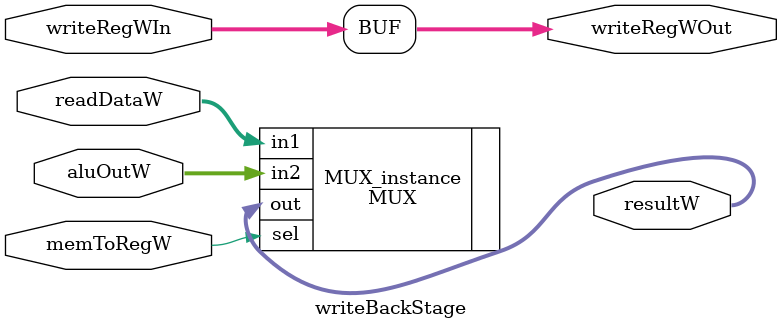
<source format=v>
module writeBackStage (
    output wire   [31:0]   resultW, 
    output wire   [4:0]    writeRegWOut,
    input  wire            memToRegW, 
    input  wire   [31:0]   readDataW,
    input  wire   [31:0]   aluOutW,
    input  wire   [4:0]    writeRegWIn    
);

assign writeRegWOut = writeRegWIn; 

MUX #(32) MUX_instance
(
    .out (resultW), 
    .in1 (readDataW), 
    .in2 (aluOutW), 
    .sel (memToRegW)
);

endmodule
</source>
